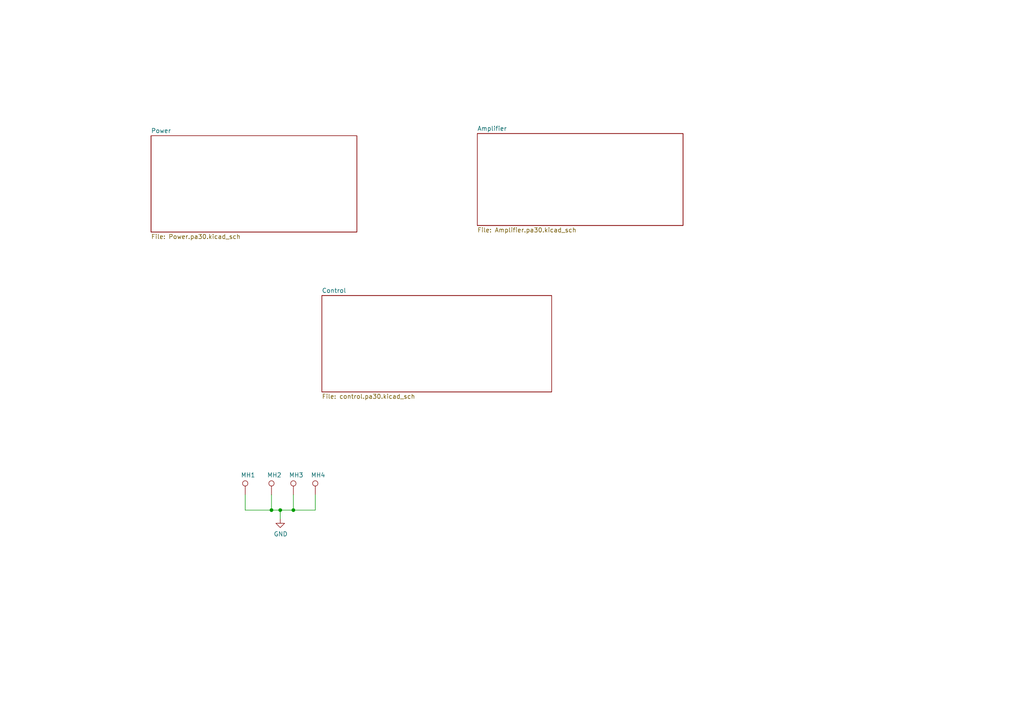
<source format=kicad_sch>
(kicad_sch (version 20230121) (generator eeschema)

  (uuid ba8e7a9c-7c3b-408c-ae14-10b9ecdea265)

  (paper "A4")

  (title_block
    (title "Radioberry - amplifier for PA30")
    (date "2024-10-22")
    (rev "beta 1")
    (company "AppMind")
    (comment 1 "PA3GSB Johan Maas")
    (comment 2 "rev0.2 JG1TWP Yado-san")
  )

  (lib_symbols
    (symbol "hermeslite:GND" (power) (pin_names (offset 0)) (in_bom yes) (on_board yes)
      (property "Reference" "#PWR" (at 0 -6.35 0)
        (effects (font (size 1.27 1.27)) hide)
      )
      (property "Value" "GND" (at 0 -3.81 0)
        (effects (font (size 1.27 1.27)))
      )
      (property "Footprint" "" (at 0 0 0)
        (effects (font (size 1.27 1.27)) hide)
      )
      (property "Datasheet" "" (at 0 0 0)
        (effects (font (size 1.27 1.27)) hide)
      )
      (property "ki_keywords" "POWER, PWR" (at 0 0 0)
        (effects (font (size 1.27 1.27)) hide)
      )
      (symbol "GND_0_1"
        (polyline
          (pts
            (xy 0 0)
            (xy 0 -1.27)
            (xy 1.27 -1.27)
            (xy 0 -2.54)
            (xy -1.27 -1.27)
            (xy 0 -1.27)
          )
          (stroke (width 0) (type solid))
          (fill (type none))
        )
      )
      (symbol "GND_1_1"
        (pin power_in line (at 0 0 270) (length 0) hide
          (name "GND" (effects (font (size 1.27 1.27))))
          (number "1" (effects (font (size 1.27 1.27))))
        )
      )
    )
    (symbol "hermeslite:TEST_1P" (pin_numbers hide) (pin_names (offset 0.762) hide) (in_bom yes) (on_board yes)
      (property "Reference" "J" (at 0 6.858 0)
        (effects (font (size 1.27 1.27)))
      )
      (property "Value" "TEST_1P" (at 0 5.08 0)
        (effects (font (size 1.27 1.27)))
      )
      (property "Footprint" "" (at 5.08 0 0)
        (effects (font (size 1.27 1.27)) hide)
      )
      (property "Datasheet" "" (at 5.08 0 0)
        (effects (font (size 1.27 1.27)) hide)
      )
      (property "ki_keywords" "point tp" (at 0 0 0)
        (effects (font (size 1.27 1.27)) hide)
      )
      (property "ki_description" "point" (at 0 0 0)
        (effects (font (size 1.27 1.27)) hide)
      )
      (symbol "TEST_1P_0_1"
        (circle (center 0 3.302) (radius 0.762)
          (stroke (width 0) (type solid))
          (fill (type none))
        )
      )
      (symbol "TEST_1P_1_1"
        (pin passive line (at 0 0 90) (length 2.54)
          (name "1" (effects (font (size 1.27 1.27))))
          (number "1" (effects (font (size 1.27 1.27))))
        )
      )
    )
  )

  (junction (at 81.28 147.955) (diameter 0) (color 0 0 0 0)
    (uuid 1217431f-dd9b-4117-829a-807317ad8633)
  )
  (junction (at 78.74 147.955) (diameter 0) (color 0 0 0 0)
    (uuid 21c4e2b7-c8f1-4469-b2d6-9cfe5bbb31b2)
  )
  (junction (at 85.09 147.955) (diameter 0) (color 0 0 0 0)
    (uuid 49d79c38-a40d-42e5-a1f9-ac1f685cccfb)
  )

  (wire (pts (xy 85.09 143.51) (xy 85.09 147.955))
    (stroke (width 0) (type default))
    (uuid 081ea8cf-5873-49ff-ad6b-8ed27f4ba4d4)
  )
  (wire (pts (xy 91.44 147.955) (xy 91.44 143.51))
    (stroke (width 0) (type default))
    (uuid 24cac667-386c-458b-a9cf-c3d09fa76539)
  )
  (wire (pts (xy 71.12 147.955) (xy 78.74 147.955))
    (stroke (width 0) (type default))
    (uuid 27a34212-6ea3-4ade-bf59-b9b0aabf839c)
  )
  (wire (pts (xy 81.28 150.495) (xy 81.28 147.955))
    (stroke (width 0) (type default))
    (uuid 44630812-4bb6-4e25-8feb-aa95f84e563a)
  )
  (wire (pts (xy 85.09 147.955) (xy 91.44 147.955))
    (stroke (width 0) (type default))
    (uuid 945a39f4-cd53-48c0-9759-de5ec99eb98b)
  )
  (wire (pts (xy 78.74 147.955) (xy 81.28 147.955))
    (stroke (width 0) (type default))
    (uuid ca7ffa40-223e-4696-b348-f7fb8ffbf2d6)
  )
  (wire (pts (xy 78.74 143.51) (xy 78.74 147.955))
    (stroke (width 0) (type default))
    (uuid ce6dd228-8cf0-4558-87e3-1288e2cff11f)
  )
  (wire (pts (xy 71.12 143.51) (xy 71.12 147.955))
    (stroke (width 0) (type default))
    (uuid d29cb100-d74b-4ea0-b024-2da53c2a7d86)
  )
  (wire (pts (xy 81.28 147.955) (xy 85.09 147.955))
    (stroke (width 0) (type default))
    (uuid d8deadcb-a606-4506-b3af-f33a5c41227f)
  )

  (symbol (lib_id "hermeslite:TEST_1P") (at 71.12 143.51 0) (unit 1)
    (in_bom yes) (on_board yes) (dnp no)
    (uuid 00000000-0000-0000-0000-00005fced050)
    (property "Reference" "MH1" (at 69.85 137.795 0)
      (effects (font (size 1.27 1.27)) (justify left))
    )
    (property "Value" "DNI" (at 72.5932 142.8242 0)
      (effects (font (size 1.27 1.27)) (justify left) hide)
    )
    (property "Footprint" "HERMESLITE:m3" (at 76.2 143.51 0)
      (effects (font (size 1.27 1.27)) hide)
    )
    (property "Datasheet" "" (at 76.2 143.51 0)
      (effects (font (size 1.27 1.27)) hide)
    )
    (property "Option" "DNI" (at 71.12 143.51 0)
      (effects (font (size 1.27 1.27)) hide)
    )
    (property "Key" "NOBOM" (at 71.12 143.51 0)
      (effects (font (size 1.27 1.27)) hide)
    )
    (pin "1" (uuid 237b0fa4-cb40-4360-a5c2-77f76ebe7c50))
    (instances
      (project "hat.pa30"
        (path "/ba8e7a9c-7c3b-408c-ae14-10b9ecdea265"
          (reference "MH1") (unit 1)
        )
      )
    )
  )

  (symbol (lib_id "hermeslite:TEST_1P") (at 78.74 143.51 0) (unit 1)
    (in_bom yes) (on_board yes) (dnp no)
    (uuid 00000000-0000-0000-0000-00005fced376)
    (property "Reference" "MH2" (at 77.47 137.795 0)
      (effects (font (size 1.27 1.27)) (justify left))
    )
    (property "Value" "DNI" (at 80.2132 142.8242 0)
      (effects (font (size 1.27 1.27)) (justify left) hide)
    )
    (property "Footprint" "HERMESLITE:m3" (at 83.82 143.51 0)
      (effects (font (size 1.27 1.27)) hide)
    )
    (property "Datasheet" "" (at 83.82 143.51 0)
      (effects (font (size 1.27 1.27)) hide)
    )
    (property "Option " "DNI" (at 78.74 143.51 0)
      (effects (font (size 1.27 1.27)) hide)
    )
    (property "Key" "NOBOM" (at 78.74 143.51 0)
      (effects (font (size 1.27 1.27)) hide)
    )
    (pin "1" (uuid d53054ae-c55a-4509-bf14-6e1bb7e487af))
    (instances
      (project "hat.pa30"
        (path "/ba8e7a9c-7c3b-408c-ae14-10b9ecdea265"
          (reference "MH2") (unit 1)
        )
      )
    )
  )

  (symbol (lib_id "hermeslite:TEST_1P") (at 85.09 143.51 0) (unit 1)
    (in_bom yes) (on_board yes) (dnp no)
    (uuid 00000000-0000-0000-0000-00005fced953)
    (property "Reference" "MH3" (at 83.82 137.795 0)
      (effects (font (size 1.27 1.27)) (justify left))
    )
    (property "Value" "DNI" (at 86.5632 142.8242 0)
      (effects (font (size 1.27 1.27)) (justify left) hide)
    )
    (property "Footprint" "HERMESLITE:m3" (at 90.17 143.51 0)
      (effects (font (size 1.27 1.27)) hide)
    )
    (property "Datasheet" "" (at 90.17 143.51 0)
      (effects (font (size 1.27 1.27)) hide)
    )
    (property "Option " "DNI" (at 85.09 143.51 0)
      (effects (font (size 1.27 1.27)) hide)
    )
    (property "Key" "NOBOM" (at 85.09 143.51 0)
      (effects (font (size 1.27 1.27)) hide)
    )
    (pin "1" (uuid bc96de99-10a5-4752-83fe-aeb0027c35de))
    (instances
      (project "hat.pa30"
        (path "/ba8e7a9c-7c3b-408c-ae14-10b9ecdea265"
          (reference "MH3") (unit 1)
        )
      )
    )
  )

  (symbol (lib_id "hermeslite:TEST_1P") (at 91.44 143.51 0) (unit 1)
    (in_bom yes) (on_board yes) (dnp no)
    (uuid 00000000-0000-0000-0000-00005fcedb7b)
    (property "Reference" "MH4" (at 90.17 137.795 0)
      (effects (font (size 1.27 1.27)) (justify left))
    )
    (property "Value" "DNI" (at 92.9132 142.8242 0)
      (effects (font (size 1.27 1.27)) (justify left) hide)
    )
    (property "Footprint" "HERMESLITE:m3" (at 96.52 143.51 0)
      (effects (font (size 1.27 1.27)) hide)
    )
    (property "Datasheet" "" (at 96.52 143.51 0)
      (effects (font (size 1.27 1.27)) hide)
    )
    (property "Option" "DNI" (at 91.44 143.51 0)
      (effects (font (size 1.27 1.27)) hide)
    )
    (property "Key" "NOBOM" (at 91.44 143.51 0)
      (effects (font (size 1.27 1.27)) hide)
    )
    (pin "1" (uuid 0b39f07e-6b12-477e-9971-d14dea4d025e))
    (instances
      (project "hat.pa30"
        (path "/ba8e7a9c-7c3b-408c-ae14-10b9ecdea265"
          (reference "MH4") (unit 1)
        )
      )
    )
  )

  (symbol (lib_id "hermeslite:GND") (at 81.28 150.495 0) (unit 1)
    (in_bom yes) (on_board yes) (dnp no)
    (uuid 00000000-0000-0000-0000-00005fcee49a)
    (property "Reference" "#PWR0114" (at 81.28 156.845 0)
      (effects (font (size 1.27 1.27)) hide)
    )
    (property "Value" "GND" (at 81.407 154.8892 0)
      (effects (font (size 1.27 1.27)))
    )
    (property "Footprint" "" (at 81.28 150.495 0)
      (effects (font (size 1.27 1.27)) hide)
    )
    (property "Datasheet" "" (at 81.28 150.495 0)
      (effects (font (size 1.27 1.27)) hide)
    )
    (pin "1" (uuid e7617bc5-2d1c-49c5-81af-6e232691b1d5))
    (instances
      (project "hat.pa30"
        (path "/ba8e7a9c-7c3b-408c-ae14-10b9ecdea265"
          (reference "#PWR0114") (unit 1)
        )
      )
    )
  )

  (sheet (at 138.43 38.735) (size 59.69 26.67) (fields_autoplaced)
    (stroke (width 0) (type solid))
    (fill (color 0 0 0 0.0000))
    (uuid 00000000-0000-0000-0000-00005fc8a8b5)
    (property "Sheetname" "Amplifier" (at 138.43 38.0234 0)
      (effects (font (size 1.27 1.27)) (justify left bottom))
    )
    (property "Sheetfile" "Amplifier.pa30.kicad_sch" (at 138.43 65.9896 0)
      (effects (font (size 1.27 1.27)) (justify left top))
    )
    (instances
      (project "hat.pa30"
        (path "/ba8e7a9c-7c3b-408c-ae14-10b9ecdea265" (page "4"))
      )
    )
  )

  (sheet (at 93.345 85.725) (size 66.675 27.94) (fields_autoplaced)
    (stroke (width 0) (type solid))
    (fill (color 0 0 0 0.0000))
    (uuid 00000000-0000-0000-0000-00005fcf3984)
    (property "Sheetname" "Control" (at 93.345 85.0134 0)
      (effects (font (size 1.27 1.27)) (justify left bottom))
    )
    (property "Sheetfile" "control.pa30.kicad_sch" (at 93.345 114.2496 0)
      (effects (font (size 1.27 1.27)) (justify left top))
    )
    (instances
      (project "hat.pa30"
        (path "/ba8e7a9c-7c3b-408c-ae14-10b9ecdea265" (page "3"))
      )
    )
  )

  (sheet (at 43.815 39.37) (size 59.69 27.94) (fields_autoplaced)
    (stroke (width 0) (type solid))
    (fill (color 0 0 0 0.0000))
    (uuid 00000000-0000-0000-0000-00005fd3ddb9)
    (property "Sheetname" "Power" (at 43.815 38.6584 0)
      (effects (font (size 1.27 1.27)) (justify left bottom))
    )
    (property "Sheetfile" "Power.pa30.kicad_sch" (at 43.815 67.8946 0)
      (effects (font (size 1.27 1.27)) (justify left top))
    )
    (instances
      (project "hat.pa30"
        (path "/ba8e7a9c-7c3b-408c-ae14-10b9ecdea265" (page "2"))
      )
    )
  )

  (sheet_instances
    (path "/" (page "1"))
  )
)

</source>
